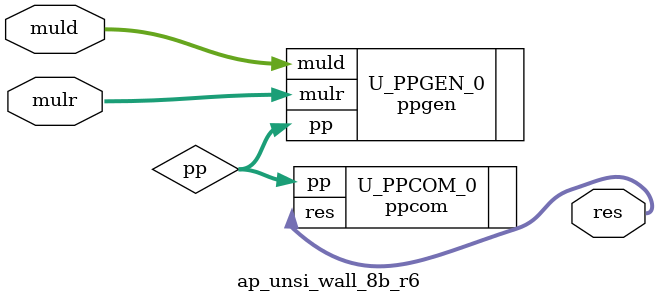
<source format=v>
module ap_unsi_wall_8b_r6 (
    input  [7:0] muld,
    input  [7:0] mulr,
    
    output [15:0] res
);

wire [63:0] pp;

ppgen #(
    .DW                             ( 8                             ))
U_PPGEN_0(
    .muld                           ( muld                          ),
    .mulr                           ( mulr                          ),
    .pp                             ( pp                            )
);


ppcom U_PPCOM_0(
    .pp                             ( pp                            ),
    .res                            ( res                           )
);


endmodule

</source>
